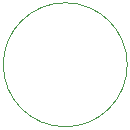
<source format=gm1>
G04 Layer_Color=16711935*
%FSLAX44Y44*%
%MOMM*%
G71*
G01*
G75*
%ADD54C,0.0200*%
D54*
X112500Y-135000D02*
G03*
X112500Y-135000I-52500J0D01*
G01*
M02*

</source>
